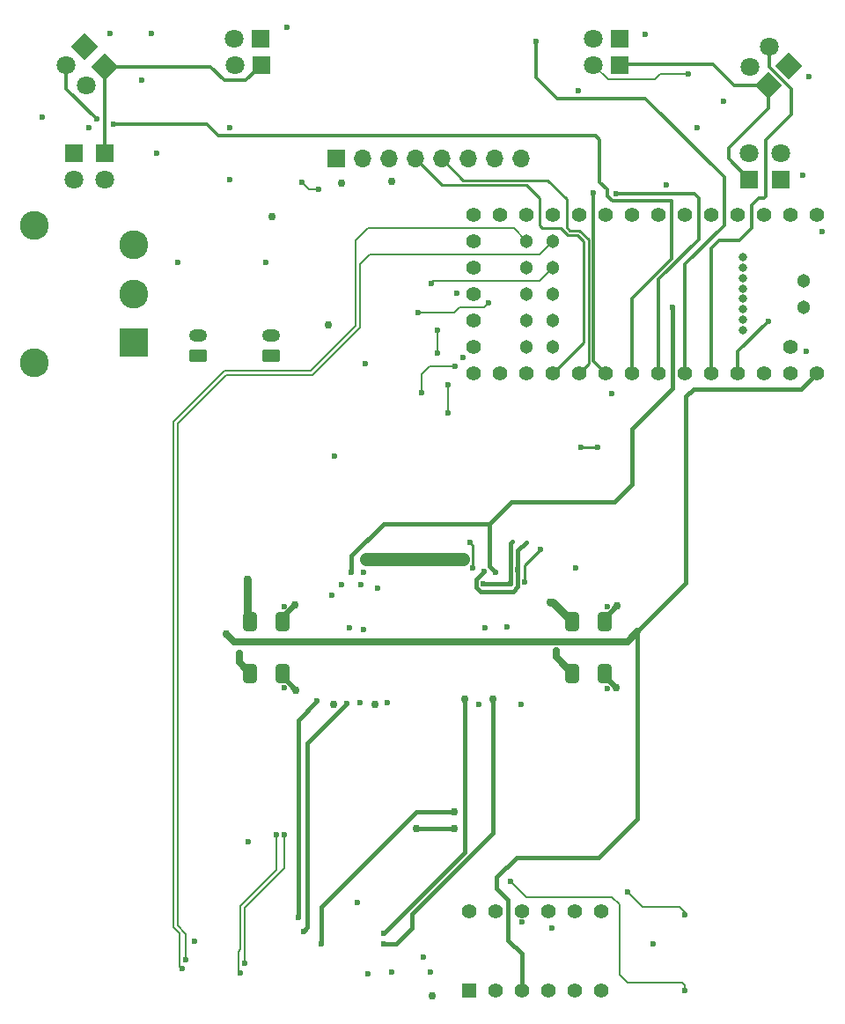
<source format=gbl>
G04 #@! TF.GenerationSoftware,KiCad,Pcbnew,9.0.0*
G04 #@! TF.CreationDate,2025-03-14T13:45:31-04:00*
G04 #@! TF.ProjectId,Gmouse,476d6f75-7365-42e6-9b69-6361645f7063,rev?*
G04 #@! TF.SameCoordinates,Original*
G04 #@! TF.FileFunction,Copper,L4,Bot*
G04 #@! TF.FilePolarity,Positive*
%FSLAX46Y46*%
G04 Gerber Fmt 4.6, Leading zero omitted, Abs format (unit mm)*
G04 Created by KiCad (PCBNEW 9.0.0) date 2025-03-14 13:45:31*
%MOMM*%
%LPD*%
G01*
G04 APERTURE LIST*
G04 Aperture macros list*
%AMRoundRect*
0 Rectangle with rounded corners*
0 $1 Rounding radius*
0 $2 $3 $4 $5 $6 $7 $8 $9 X,Y pos of 4 corners*
0 Add a 4 corners polygon primitive as box body*
4,1,4,$2,$3,$4,$5,$6,$7,$8,$9,$2,$3,0*
0 Add four circle primitives for the rounded corners*
1,1,$1+$1,$2,$3*
1,1,$1+$1,$4,$5*
1,1,$1+$1,$6,$7*
1,1,$1+$1,$8,$9*
0 Add four rect primitives between the rounded corners*
20,1,$1+$1,$2,$3,$4,$5,0*
20,1,$1+$1,$4,$5,$6,$7,0*
20,1,$1+$1,$6,$7,$8,$9,0*
20,1,$1+$1,$8,$9,$2,$3,0*%
%AMRotRect*
0 Rectangle, with rotation*
0 The origin of the aperture is its center*
0 $1 length*
0 $2 width*
0 $3 Rotation angle, in degrees counterclockwise*
0 Add horizontal line*
21,1,$1,$2,0,0,$3*%
G04 Aperture macros list end*
G04 #@! TA.AperFunction,ComponentPad*
%ADD10R,1.700000X1.700000*%
G04 #@! TD*
G04 #@! TA.AperFunction,ComponentPad*
%ADD11O,1.700000X1.700000*%
G04 #@! TD*
G04 #@! TA.AperFunction,ComponentPad*
%ADD12RoundRect,0.250000X0.625000X-0.350000X0.625000X0.350000X-0.625000X0.350000X-0.625000X-0.350000X0*%
G04 #@! TD*
G04 #@! TA.AperFunction,ComponentPad*
%ADD13O,1.750000X1.200000*%
G04 #@! TD*
G04 #@! TA.AperFunction,ComponentPad*
%ADD14R,1.800000X1.800000*%
G04 #@! TD*
G04 #@! TA.AperFunction,ComponentPad*
%ADD15C,1.800000*%
G04 #@! TD*
G04 #@! TA.AperFunction,ComponentPad*
%ADD16RotRect,1.800000X1.800000X225.000000*%
G04 #@! TD*
G04 #@! TA.AperFunction,ComponentPad*
%ADD17R,1.397000X1.397000*%
G04 #@! TD*
G04 #@! TA.AperFunction,ComponentPad*
%ADD18C,1.397000*%
G04 #@! TD*
G04 #@! TA.AperFunction,ComponentPad*
%ADD19C,1.404000*%
G04 #@! TD*
G04 #@! TA.AperFunction,ComponentPad*
%ADD20C,1.304000*%
G04 #@! TD*
G04 #@! TA.AperFunction,ComponentPad*
%ADD21C,0.804000*%
G04 #@! TD*
G04 #@! TA.AperFunction,ComponentPad*
%ADD22R,2.775000X2.775000*%
G04 #@! TD*
G04 #@! TA.AperFunction,ComponentPad*
%ADD23C,2.775000*%
G04 #@! TD*
G04 #@! TA.AperFunction,ComponentPad*
%ADD24RotRect,1.800000X1.800000X135.000000*%
G04 #@! TD*
G04 #@! TA.AperFunction,SMDPad,CuDef*
%ADD25RoundRect,0.250000X-0.412500X-0.650000X0.412500X-0.650000X0.412500X0.650000X-0.412500X0.650000X0*%
G04 #@! TD*
G04 #@! TA.AperFunction,ViaPad*
%ADD26C,0.762000*%
G04 #@! TD*
G04 #@! TA.AperFunction,ViaPad*
%ADD27C,0.600000*%
G04 #@! TD*
G04 #@! TA.AperFunction,Conductor*
%ADD28C,0.508000*%
G04 #@! TD*
G04 #@! TA.AperFunction,Conductor*
%ADD29C,0.200000*%
G04 #@! TD*
G04 #@! TA.AperFunction,Conductor*
%ADD30C,1.270000*%
G04 #@! TD*
G04 #@! TA.AperFunction,Conductor*
%ADD31C,0.762000*%
G04 #@! TD*
G04 #@! TA.AperFunction,Conductor*
%ADD32C,0.635000*%
G04 #@! TD*
G04 #@! TA.AperFunction,Conductor*
%ADD33C,0.381000*%
G04 #@! TD*
G04 #@! TA.AperFunction,Conductor*
%ADD34C,0.304800*%
G04 #@! TD*
G04 #@! TA.AperFunction,Conductor*
%ADD35C,0.254000*%
G04 #@! TD*
G04 APERTURE END LIST*
D10*
X85220000Y-57000000D03*
D11*
X87760000Y-57000000D03*
X90300000Y-57000000D03*
X92840000Y-57000000D03*
X95380000Y-57000000D03*
X97920000Y-57000000D03*
X100460000Y-57000000D03*
X103000000Y-57000000D03*
D12*
X79000000Y-76000000D03*
D13*
X79000000Y-74000000D03*
D14*
X78000000Y-45485000D03*
D15*
X75460000Y-45485000D03*
D14*
X112540000Y-45485000D03*
D15*
X110000000Y-45485000D03*
D16*
X61072900Y-46269800D03*
D15*
X59276849Y-48065851D03*
D14*
X112540000Y-48000000D03*
D15*
X110000000Y-48000000D03*
D14*
X63000000Y-56460000D03*
D15*
X63000000Y-59000000D03*
D17*
X98000000Y-137000000D03*
D18*
X100540000Y-137000000D03*
X103080000Y-137000000D03*
X105620000Y-137000000D03*
X108160000Y-137000000D03*
X110700000Y-137000000D03*
X110700000Y-129380000D03*
X108160000Y-129380000D03*
X105620000Y-129380000D03*
X103080000Y-129380000D03*
X100540000Y-129380000D03*
X98000000Y-129380000D03*
D14*
X78040000Y-48000000D03*
D15*
X75500000Y-48000000D03*
D14*
X60000000Y-56460000D03*
D15*
X60000000Y-59000000D03*
D19*
X131510000Y-62380000D03*
X128970000Y-62380000D03*
X126430000Y-62380000D03*
X123890000Y-62380000D03*
X121350000Y-62380000D03*
X118810000Y-62380000D03*
X116270000Y-62380000D03*
X113730000Y-62380000D03*
X111190000Y-62380000D03*
X108650000Y-62380000D03*
X106110000Y-62380000D03*
X103570000Y-62380000D03*
X101030000Y-62380000D03*
X98490000Y-62380000D03*
X98490000Y-64920000D03*
X98490000Y-67460000D03*
X98490000Y-70000000D03*
X98490000Y-72540000D03*
X98490000Y-75080000D03*
X98490000Y-77620000D03*
X101030000Y-77620000D03*
X103570000Y-77620000D03*
X106110000Y-77620000D03*
X108650000Y-77620000D03*
X111190000Y-77620000D03*
X113730000Y-77620000D03*
X116270000Y-77620000D03*
X118810000Y-77620000D03*
X121350000Y-77620000D03*
X123890000Y-77620000D03*
X126430000Y-77620000D03*
X128970000Y-77620000D03*
X131510000Y-77620000D03*
X128970000Y-75080000D03*
D20*
X103570000Y-75080000D03*
X106110000Y-75080000D03*
X103570000Y-72540000D03*
X106110000Y-72540000D03*
X103570000Y-70000000D03*
X106110000Y-70000000D03*
X103570000Y-67460000D03*
X106110000Y-67460000D03*
X103570000Y-64920000D03*
X106110000Y-64920000D03*
D21*
X124371600Y-73500000D03*
X124371600Y-72500000D03*
X124371600Y-71500000D03*
X124371600Y-70500000D03*
X124371600Y-69500000D03*
X124371600Y-68500000D03*
X124371600Y-67500000D03*
X124371600Y-66500000D03*
D20*
X130240000Y-71270000D03*
X130240000Y-68730000D03*
D16*
X62971000Y-48167800D03*
D15*
X61174949Y-49963851D03*
D22*
X65765000Y-74700000D03*
D23*
X65765000Y-70000000D03*
X65765000Y-65300000D03*
X56235000Y-76605000D03*
X56235000Y-63395000D03*
D24*
X126832200Y-49971000D03*
D15*
X125036149Y-48174949D03*
D14*
X128000000Y-59000000D03*
D15*
X128000000Y-56460000D03*
D24*
X128730200Y-48072900D03*
D15*
X126934149Y-46276849D03*
D12*
X72000000Y-76000000D03*
D13*
X72000000Y-74000000D03*
D14*
X125000000Y-59000000D03*
D15*
X125000000Y-56460000D03*
D25*
X107937500Y-106500000D03*
X111062500Y-106500000D03*
X76937500Y-101500000D03*
X80062500Y-101500000D03*
X76937500Y-106500000D03*
X80062500Y-106500000D03*
X107937500Y-101500000D03*
X111062500Y-101500000D03*
D26*
X112200000Y-107900000D03*
X112300000Y-100000000D03*
X94500000Y-137500000D03*
X90600000Y-59200000D03*
X85000000Y-109500000D03*
D27*
X75000000Y-59000000D03*
D26*
X81300000Y-99900000D03*
D27*
X99000000Y-109500000D03*
X103000000Y-109500000D03*
X57000000Y-53000000D03*
X87900000Y-102300000D03*
D26*
X81400000Y-108100000D03*
D27*
X68000000Y-56500000D03*
X78500000Y-67000000D03*
X132000000Y-64000000D03*
X117000000Y-59550000D03*
X111300000Y-107926000D03*
X80300000Y-107909800D03*
X67500000Y-45000000D03*
X70000000Y-67000000D03*
X80300000Y-100077100D03*
X108500000Y-50437500D03*
X111300000Y-100071000D03*
D26*
X84500000Y-73000000D03*
D27*
X75000000Y-54000000D03*
X101700000Y-102000000D03*
X96850000Y-69950000D03*
X122500000Y-51500000D03*
D26*
X89000000Y-109500000D03*
D27*
X106000000Y-131000000D03*
X87250000Y-128500000D03*
X130500000Y-75500000D03*
D26*
X97450000Y-95500000D03*
X105850000Y-99650000D03*
X88150000Y-95500000D03*
X76700000Y-97500000D03*
X74650000Y-102700000D03*
D27*
X103080000Y-130420000D03*
X106400000Y-104300000D03*
X80500000Y-44400000D03*
X99531000Y-102150000D03*
X75900000Y-104600000D03*
X120000000Y-54000000D03*
D26*
X85800000Y-59400000D03*
D27*
X130150000Y-58600000D03*
X71600000Y-132300000D03*
X63500000Y-45000000D03*
X61500000Y-54000000D03*
D26*
X79100000Y-62600000D03*
D27*
X130750000Y-49150000D03*
X115750000Y-132500000D03*
X114950000Y-45100000D03*
X86519000Y-102150000D03*
X66500000Y-49500000D03*
X76800000Y-122700000D03*
X93646900Y-133800300D03*
X89800000Y-131500000D03*
D26*
X97600000Y-109000000D03*
D27*
X89800000Y-132500000D03*
D26*
X100300000Y-109000000D03*
D27*
X94291500Y-135194100D03*
D26*
X96600000Y-121400000D03*
X93000000Y-121400000D03*
D27*
X88322700Y-135391200D03*
X99900000Y-70900000D03*
X93100000Y-71800000D03*
X79500000Y-122000000D03*
X76050000Y-135350000D03*
X80300000Y-122000000D03*
X76450000Y-134400000D03*
X94400000Y-69000000D03*
X86300000Y-109400000D03*
X82100000Y-131350000D03*
X87550000Y-109350000D03*
X70400000Y-134900000D03*
X70800000Y-134050000D03*
X110000000Y-60300000D03*
X63800000Y-53700000D03*
X62200000Y-53200000D03*
X112200000Y-60400000D03*
X104500000Y-45700000D03*
X126800000Y-72650000D03*
X81950000Y-59300000D03*
X83550000Y-60000000D03*
X83800000Y-132500000D03*
D26*
X96600000Y-119800000D03*
D27*
X90547100Y-135194100D03*
X108800000Y-84800000D03*
X110400000Y-84800000D03*
X98400000Y-96400000D03*
X98100000Y-93900000D03*
X104900000Y-94600000D03*
X103400000Y-97700000D03*
X119100000Y-48850000D03*
X99511700Y-96688300D03*
X102700000Y-96500000D03*
X117600000Y-71330000D03*
X86700000Y-96800000D03*
X100600000Y-96800000D03*
X99400000Y-97900000D03*
X101975000Y-97925000D03*
X90200000Y-109300000D03*
X88059600Y-76737300D03*
X87838100Y-96807100D03*
X87641200Y-98003500D03*
X85728400Y-97948500D03*
X97457400Y-76152600D03*
X108252400Y-96399300D03*
X89212300Y-98316700D03*
X111717100Y-79634300D03*
X84805800Y-98972200D03*
X85089200Y-85578600D03*
X81600000Y-130000000D03*
X83425000Y-109175000D03*
X113250000Y-127500000D03*
X118750000Y-129750000D03*
X118750000Y-137000000D03*
X102000000Y-126500000D03*
X96650000Y-77000000D03*
X93500000Y-79500000D03*
X96000000Y-78750000D03*
X96000000Y-81500000D03*
X95000000Y-75750000D03*
X95000000Y-73500000D03*
D28*
X111062000Y-106631000D02*
X111062000Y-106762000D01*
X80062500Y-106500000D02*
X80062500Y-106762000D01*
X111062000Y-106500000D02*
X111062000Y-106631000D01*
X111062000Y-101500000D02*
X111062000Y-101369000D01*
X111062000Y-101369000D02*
X111062000Y-101238000D01*
X80062500Y-106762000D02*
X81400000Y-108100000D01*
X80062500Y-101138000D02*
X81300000Y-99900000D01*
D29*
X111062500Y-101369500D02*
X111062500Y-101500000D01*
D28*
X111062000Y-101238000D02*
X112300000Y-100000000D01*
D29*
X111062000Y-106631000D02*
X111062500Y-106630500D01*
X111062500Y-106630500D02*
X111062500Y-106500000D01*
X111062000Y-101369000D02*
X111062500Y-101369500D01*
D28*
X111062000Y-106762000D02*
X112200000Y-107900000D01*
X80062500Y-101500000D02*
X80062500Y-101138000D01*
D30*
X88150000Y-95500000D02*
X97450000Y-95500000D01*
D29*
X107937500Y-101499500D02*
X107937500Y-101500000D01*
D31*
X107937500Y-101499500D02*
X107938000Y-101500000D01*
X76700000Y-101262000D02*
X76937500Y-101500000D01*
X106088000Y-99650000D02*
X107937500Y-101499500D01*
X76700000Y-97500000D02*
X76700000Y-101262000D01*
X105850000Y-99650000D02*
X106088000Y-99650000D01*
D32*
X113236000Y-103464000D02*
X114200000Y-102500000D01*
X74650000Y-102700000D02*
X75450000Y-103500000D01*
D33*
X101800000Y-132200000D02*
X101800000Y-128300000D01*
X114200000Y-102500000D02*
X118900000Y-97800000D01*
X103080000Y-133480000D02*
X101800000Y-132200000D01*
X118900000Y-97800000D02*
X118900000Y-79900000D01*
X129930000Y-79200000D02*
X131510000Y-77620000D01*
D32*
X78236000Y-103464000D02*
X113236000Y-103464000D01*
D33*
X101800000Y-128300000D02*
X100700000Y-127200000D01*
X110500000Y-124200000D02*
X114200000Y-120500000D01*
X118900000Y-79900000D02*
X119600000Y-79200000D01*
D32*
X78200000Y-103500000D02*
X78236000Y-103464000D01*
D33*
X100700000Y-127200000D02*
X100700000Y-126100000D01*
X100700000Y-126100000D02*
X102600000Y-124200000D01*
X119600000Y-79200000D02*
X129930000Y-79200000D01*
D32*
X75450000Y-103500000D02*
X78200000Y-103500000D01*
D33*
X102600000Y-124200000D02*
X110500000Y-124200000D01*
X114200000Y-120500000D02*
X114200000Y-102500000D01*
X103080000Y-137000000D02*
X103080000Y-133480000D01*
D29*
X107937500Y-106499500D02*
X107937500Y-106500000D01*
D32*
X106400000Y-104300000D02*
X106400000Y-104962000D01*
X107937500Y-106499500D02*
X107938000Y-106500000D01*
X75900000Y-104600000D02*
X75900000Y-105462000D01*
X106400000Y-104962000D02*
X107937500Y-106499500D01*
X75900000Y-105462000D02*
X76937500Y-106500000D01*
D33*
X97600000Y-109000000D02*
X97600000Y-123700000D01*
X97600000Y-123700000D02*
X89800000Y-131500000D01*
X91000000Y-132500000D02*
X89800000Y-132500000D01*
X92500000Y-131000000D02*
X91000000Y-132500000D01*
X100300000Y-121823000D02*
X92500000Y-129623000D01*
X92500000Y-129623000D02*
X92500000Y-131000000D01*
X100300000Y-109000000D02*
X100300000Y-121823000D01*
X96600000Y-121400000D02*
X93000000Y-121400000D01*
D29*
X75849000Y-133250000D02*
X76049000Y-133050000D01*
X76049000Y-133050000D02*
X76049000Y-128884000D01*
X76049000Y-128884000D02*
X79416400Y-125516000D01*
X97100000Y-71300000D02*
X99500000Y-71300000D01*
X96600000Y-71800000D02*
X97100000Y-71300000D01*
X79416400Y-125516000D02*
X79500000Y-125433000D01*
X99500000Y-71300000D02*
X99900000Y-70900000D01*
X93100000Y-71800000D02*
X96600000Y-71800000D01*
X75849000Y-135149000D02*
X75849000Y-133250000D01*
X76050000Y-135350000D02*
X75849000Y-135149000D01*
X79500000Y-125433000D02*
X79500000Y-122000000D01*
X80300000Y-125200000D02*
X80300000Y-122000000D01*
X104770000Y-68800000D02*
X106110000Y-67460000D01*
X94600000Y-68800000D02*
X104770000Y-68800000D01*
X76450000Y-134400000D02*
X76450000Y-129050000D01*
X94400000Y-69000000D02*
X94600000Y-68800000D01*
X76450000Y-129050000D02*
X80300000Y-125200000D01*
D33*
X82500000Y-113200000D02*
X86300000Y-109400000D01*
X82500000Y-130950000D02*
X82500000Y-113200000D01*
X82100000Y-131350000D02*
X82500000Y-130950000D01*
D29*
X87100000Y-73100000D02*
X87100000Y-64900000D01*
X70199000Y-134699000D02*
X70199000Y-131534000D01*
X102350000Y-63700000D02*
X103570000Y-64920000D01*
X69601000Y-130936000D02*
X69601000Y-82299000D01*
X82800000Y-77400000D02*
X87100000Y-73100000D01*
X70199000Y-131534000D02*
X69601000Y-130936000D01*
X69601000Y-82299000D02*
X74500000Y-77400000D01*
X87100000Y-64900000D02*
X88300000Y-63700000D01*
X74500000Y-77400000D02*
X82800000Y-77400000D01*
X70400000Y-134900000D02*
X70199000Y-134699000D01*
X88300000Y-63700000D02*
X102350000Y-63700000D01*
X70002000Y-130770000D02*
X70002000Y-82465100D01*
X70732200Y-131500000D02*
X70002000Y-130770000D01*
X88501000Y-66200000D02*
X104830000Y-66200000D01*
X104830000Y-66200000D02*
X106110000Y-64920000D01*
X82966100Y-77801000D02*
X87501000Y-73266100D01*
X70800000Y-131500000D02*
X70732200Y-131500000D01*
X70800000Y-134050000D02*
X70800000Y-131500000D01*
X87501000Y-67200000D02*
X88501000Y-66200000D01*
X87501000Y-73266100D02*
X87501000Y-67200000D01*
X70002000Y-82465100D02*
X74666100Y-77801000D01*
X74666100Y-77801000D02*
X82966100Y-77801000D01*
D34*
X110000000Y-76430000D02*
X111190000Y-77620000D01*
X110000000Y-60300000D02*
X110000000Y-76430000D01*
X59276900Y-49171400D02*
X59276900Y-50276900D01*
X117500000Y-66684700D02*
X113730000Y-70454700D01*
X59276900Y-48065900D02*
X59276900Y-49171400D01*
X111800000Y-61100000D02*
X117500000Y-61100000D01*
X72800000Y-53700000D02*
X73900000Y-54800000D01*
D29*
X59276800Y-49171300D02*
X59276800Y-48065900D01*
D34*
X117500000Y-61100000D02*
X117500000Y-66684700D01*
X59276900Y-50276900D02*
X62200000Y-53200000D01*
D29*
X59276900Y-49171400D02*
X59276800Y-49171300D01*
D34*
X110200000Y-54800000D02*
X110600000Y-55200000D01*
X110600000Y-59300000D02*
X111300000Y-60000000D01*
X110600000Y-55200000D02*
X110600000Y-59300000D01*
X73900000Y-54800000D02*
X110200000Y-54800000D01*
X111300000Y-60000000D02*
X111300000Y-60600000D01*
X111300000Y-60600000D02*
X111800000Y-61100000D01*
X113730000Y-70454700D02*
X113730000Y-77620000D01*
X63800000Y-53700000D02*
X72800000Y-53700000D01*
X120100000Y-64800000D02*
X116270000Y-68630000D01*
X120100000Y-60800000D02*
X120100000Y-64800000D01*
X116270000Y-68630000D02*
X116270000Y-77620000D01*
X112200000Y-60400000D02*
X119700000Y-60400000D01*
X119700000Y-60400000D02*
X120100000Y-60800000D01*
X115000000Y-51200000D02*
X122600000Y-58800000D01*
X106500000Y-51200000D02*
X115000000Y-51200000D01*
X122600000Y-58800000D02*
X122600000Y-63400000D01*
X122600000Y-63400000D02*
X118810000Y-67190000D01*
X104500000Y-49200000D02*
X106500000Y-51200000D01*
X118810000Y-67190000D02*
X118810000Y-77620000D01*
X104500000Y-45700000D02*
X104500000Y-49200000D01*
X126600000Y-55200000D02*
X126600000Y-60600000D01*
X126934000Y-46276900D02*
X126934000Y-47255500D01*
X121350000Y-65650000D02*
X121350000Y-77620000D01*
X125200000Y-63700000D02*
X124000000Y-64900000D01*
D29*
X126934100Y-47255400D02*
X126934100Y-46276800D01*
D34*
X125200000Y-61500000D02*
X125200000Y-63700000D01*
X125900000Y-60800000D02*
X125200000Y-61500000D01*
X129000000Y-50300000D02*
X129000000Y-52800000D01*
D29*
X126934000Y-47255500D02*
X126934100Y-47255400D01*
D34*
X126400000Y-60800000D02*
X125900000Y-60800000D01*
X126934000Y-48234100D02*
X129000000Y-50300000D01*
X126934000Y-47255500D02*
X126934000Y-48234100D01*
X122100000Y-64900000D02*
X121350000Y-65650000D01*
X129000000Y-52800000D02*
X126600000Y-55200000D01*
X126600000Y-60600000D02*
X126400000Y-60800000D01*
X124000000Y-64900000D02*
X122100000Y-64900000D01*
X126800000Y-72650000D02*
X123890000Y-75560000D01*
X123890000Y-75560000D02*
X123890000Y-77620000D01*
D29*
X83550000Y-60000000D02*
X82650000Y-60000000D01*
X82650000Y-60000000D02*
X81950000Y-59300000D01*
D33*
X93000000Y-119800000D02*
X83800000Y-129000000D01*
X83800000Y-129000000D02*
X83800000Y-132500000D01*
X96600000Y-119800000D02*
X93000000Y-119800000D01*
D35*
X98413000Y-96387000D02*
X98400000Y-96400000D01*
X110400000Y-84800000D02*
X108800000Y-84800000D01*
X98413000Y-94213000D02*
X98413000Y-96387000D01*
X98100000Y-93900000D02*
X98413000Y-94213000D01*
X103400000Y-97700000D02*
X103400000Y-96100000D01*
X103400000Y-96100000D02*
X104900000Y-94600000D01*
D34*
X74500000Y-49500000D02*
X76540000Y-49500000D01*
X63000000Y-48196900D02*
X62971000Y-48167800D01*
X73167800Y-48167800D02*
X74500000Y-49500000D01*
X63000000Y-56460000D02*
X63000000Y-48196900D01*
X76540000Y-49500000D02*
X78040000Y-48000000D01*
X62971000Y-48167800D02*
X73167800Y-48167800D01*
X123529000Y-49971000D02*
X125743100Y-49971000D01*
X121460000Y-47960000D02*
X123500000Y-50000000D01*
X123000000Y-57000000D02*
X125000000Y-59000000D01*
X112580000Y-47960000D02*
X121460000Y-47960000D01*
X126832000Y-49971000D02*
X126832000Y-52167800D01*
X112540000Y-48000000D02*
X112580000Y-47960000D01*
X123000000Y-56000000D02*
X123000000Y-57000000D01*
X125743100Y-49971000D02*
X126832000Y-49971000D01*
X123500000Y-50000000D02*
X123529000Y-49971000D01*
X126832000Y-52167800D02*
X123000000Y-56000000D01*
D29*
X125743100Y-49971000D02*
X126832200Y-49971000D01*
X110000000Y-48000000D02*
X111400000Y-49400000D01*
X111400000Y-49400000D02*
X115900000Y-49400000D01*
X115900000Y-49400000D02*
X116450000Y-48850000D01*
X116450000Y-48850000D02*
X119100000Y-48850000D01*
D33*
X98700000Y-97500000D02*
X98700000Y-98200000D01*
X99116500Y-98616500D02*
X102261000Y-98616500D01*
X102700000Y-96500000D02*
X102700000Y-94700000D01*
X99511700Y-96688300D02*
X98700000Y-97500000D01*
X98700000Y-98200000D02*
X99116500Y-98616500D01*
X102700000Y-98177900D02*
X102700000Y-96500000D01*
X102700000Y-94700000D02*
X103500000Y-93900000D01*
X102261000Y-98616500D02*
X102700000Y-98177900D01*
X89800000Y-92100000D02*
X86700000Y-95200000D01*
X100000000Y-96200000D02*
X100000000Y-92100000D01*
X100600000Y-96800000D02*
X100000000Y-96200000D01*
X113700000Y-83000000D02*
X117600000Y-79100000D01*
X113700000Y-88300000D02*
X113700000Y-83000000D01*
X86700000Y-95200000D02*
X86700000Y-96800000D01*
X112000000Y-90000000D02*
X113700000Y-88300000D01*
X100000000Y-92100000D02*
X102100000Y-90000000D01*
X102100000Y-90000000D02*
X112000000Y-90000000D01*
X117600000Y-79100000D02*
X117600000Y-71330000D01*
X100000000Y-92100000D02*
X89800000Y-92100000D01*
X101975000Y-97925000D02*
X101975000Y-94025000D01*
X101950000Y-97900000D02*
X101975000Y-97925000D01*
X99400000Y-97900000D02*
X101950000Y-97900000D01*
X101975000Y-94025000D02*
X102200000Y-93800000D01*
X81600000Y-111000000D02*
X81600000Y-130000000D01*
X83425000Y-109175000D02*
X81600000Y-111000000D01*
D35*
X109520000Y-64800000D02*
X108620000Y-63900000D01*
X107400000Y-63600000D02*
X107400000Y-60900000D01*
X107700000Y-63900000D02*
X107400000Y-63600000D01*
X107400000Y-60900000D02*
X105600000Y-59100000D01*
X97480000Y-59100000D02*
X95380000Y-57000000D01*
X105600000Y-59100000D02*
X97480000Y-59100000D01*
X109520000Y-76750400D02*
X109520000Y-64800000D01*
X108650000Y-77620000D02*
X109520000Y-76750400D01*
X108620000Y-63900000D02*
X107700000Y-63900000D01*
X104800000Y-63400000D02*
X104800000Y-60800000D01*
X108438000Y-64361900D02*
X107518000Y-64361900D01*
X109065000Y-64988500D02*
X108438000Y-64361900D01*
X103555000Y-59555000D02*
X95395000Y-59555000D01*
X109065000Y-74665400D02*
X109065000Y-64988500D01*
X104800000Y-60800000D02*
X103555000Y-59555000D01*
X107518000Y-64361900D02*
X106857000Y-63700000D01*
X106857000Y-63700000D02*
X105100000Y-63700000D01*
X106110000Y-77620000D02*
X109065000Y-74665400D01*
X105100000Y-63700000D02*
X104800000Y-63400000D01*
X95395000Y-59555000D02*
X92840000Y-57000000D01*
D29*
X113250000Y-127500000D02*
X114750000Y-129000000D01*
X114750000Y-129000000D02*
X118250000Y-129000000D01*
X118250000Y-129000000D02*
X118750000Y-129500000D01*
X118750000Y-129500000D02*
X118750000Y-129750000D01*
X102000000Y-126500000D02*
X103500000Y-128000000D01*
X118500000Y-136250000D02*
X118750000Y-136500000D01*
X111750000Y-128000000D02*
X112500000Y-128750000D01*
X118750000Y-136500000D02*
X118750000Y-137000000D01*
X112500000Y-128750000D02*
X112500000Y-135500000D01*
X113250000Y-136250000D02*
X118500000Y-136250000D01*
X112500000Y-135500000D02*
X113250000Y-136250000D01*
X103500000Y-128000000D02*
X111750000Y-128000000D01*
X94250000Y-77000000D02*
X96650000Y-77000000D01*
X93500000Y-77750000D02*
X94250000Y-77000000D01*
X93500000Y-79500000D02*
X93500000Y-77750000D01*
X96000000Y-81500000D02*
X96000000Y-78750000D01*
X95000000Y-75750000D02*
X95000000Y-73500000D01*
M02*

</source>
